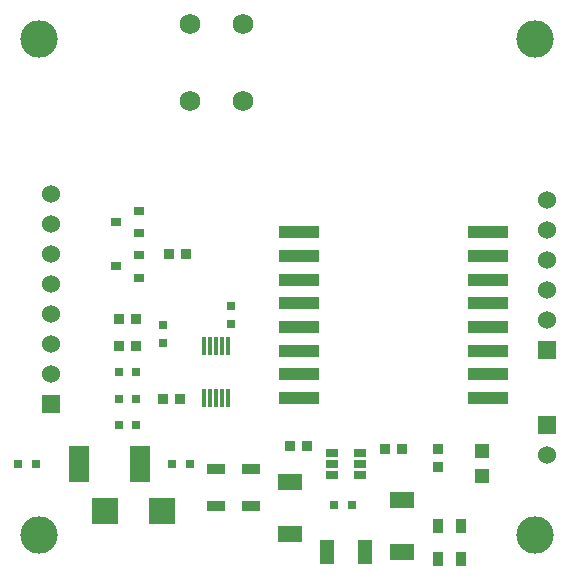
<source format=gts>
G04 #@! TF.FileFunction,Soldermask,Top*
%FSLAX46Y46*%
G04 Gerber Fmt 4.6, Leading zero omitted, Abs format (unit mm)*
G04 Created by KiCad (PCBNEW (2015-06-05 BZR 5717)-product) date Fri 31 Jul 2015 19:12:08 PDT*
%MOMM*%
G01*
G04 APERTURE LIST*
%ADD10C,0.100000*%
%ADD11R,0.800000X0.800000*%
%ADD12R,1.600000X0.900000*%
%ADD13R,0.900000X1.300000*%
%ADD14R,2.160000X2.260000*%
%ADD15R,2.100000X1.400000*%
%ADD16R,1.200000X1.200000*%
%ADD17R,1.780000X3.150000*%
%ADD18R,1.524000X1.524000*%
%ADD19C,1.524000*%
%ADD20R,0.900000X0.800000*%
%ADD21R,0.950000X0.950000*%
%ADD22C,1.750000*%
%ADD23R,3.500000X1.000000*%
%ADD24R,1.000000X0.700000*%
%ADD25R,1.200000X2.000000*%
%ADD26C,3.175000*%
%ADD27R,0.400000X1.550000*%
G04 APERTURE END LIST*
D10*
D11*
X123750000Y-99990000D03*
X122250000Y-99990000D03*
X140218000Y-88126000D03*
X140218000Y-86626000D03*
X130750000Y-92260000D03*
X132250000Y-92260000D03*
X132250000Y-96740000D03*
X130750000Y-96740000D03*
X134510000Y-89750000D03*
X134510000Y-88250000D03*
D12*
X138990000Y-100450000D03*
X138990000Y-103550000D03*
X141990000Y-100450000D03*
X141990000Y-103550000D03*
D11*
X150500000Y-103490000D03*
X149000000Y-103490000D03*
D13*
X157797500Y-108010000D03*
X159702500Y-108010000D03*
X157797500Y-105260000D03*
X159702500Y-105260000D03*
D14*
X129550000Y-104000000D03*
X134450000Y-104000000D03*
D15*
X154750000Y-103050000D03*
X154750000Y-107450000D03*
X145250000Y-101550000D03*
X145250000Y-105950000D03*
D16*
X161500000Y-101050000D03*
X161500000Y-98950000D03*
D11*
X135250000Y-100010000D03*
X136750000Y-100010000D03*
X130750000Y-94510000D03*
X132250000Y-94510000D03*
D17*
X127355000Y-100010000D03*
X132585000Y-100010000D03*
D18*
X167000000Y-96730000D03*
D19*
X167000000Y-99270000D03*
D18*
X125000000Y-94890000D03*
D19*
X125000000Y-92350000D03*
X125000000Y-89810000D03*
X125000000Y-87270000D03*
X125000000Y-84730000D03*
X125000000Y-82190000D03*
X125000000Y-79650000D03*
X125000000Y-77110000D03*
D18*
X167000000Y-90350000D03*
D19*
X167000000Y-87810000D03*
X167000000Y-85270000D03*
X167000000Y-82730000D03*
X167000000Y-80190000D03*
X167000000Y-77650000D03*
D20*
X130510000Y-83280000D03*
X132510000Y-82330000D03*
X132510000Y-84230000D03*
X130510000Y-79530000D03*
X132510000Y-78580000D03*
X132510000Y-80480000D03*
D21*
X135975000Y-94490000D03*
X134525000Y-94490000D03*
X132225000Y-89990000D03*
X130775000Y-89990000D03*
X132225000Y-87740000D03*
X130775000Y-87740000D03*
X135025000Y-82260000D03*
X136475000Y-82260000D03*
X146725000Y-98490000D03*
X145275000Y-98490000D03*
X157760000Y-100225000D03*
X157760000Y-98775000D03*
X153275000Y-98760000D03*
X154725000Y-98760000D03*
D22*
X141250000Y-69250000D03*
X136750000Y-69250000D03*
X141250000Y-62750000D03*
X136750000Y-62750000D03*
D23*
X146000000Y-80400000D03*
X146000000Y-82400000D03*
X146000000Y-84400000D03*
X146000000Y-86400000D03*
X146000000Y-88400000D03*
X146000000Y-90400000D03*
X146000000Y-92400000D03*
X146000000Y-94400000D03*
X162000000Y-94400000D03*
X162000000Y-92400000D03*
X162000000Y-90400000D03*
X162000000Y-88400000D03*
X162000000Y-86400000D03*
X162000000Y-84400000D03*
X162000000Y-82400000D03*
X162000000Y-80400000D03*
D24*
X148800000Y-100950000D03*
X151200000Y-100950000D03*
X151200000Y-99050000D03*
X148800000Y-100000000D03*
X151200000Y-100000000D03*
X148800000Y-99050000D03*
D25*
X148400000Y-107500000D03*
X151600000Y-107500000D03*
D26*
X124000000Y-106000000D03*
X166000000Y-106000000D03*
X166000000Y-64000000D03*
X124000000Y-64000000D03*
D27*
X138500000Y-94450000D03*
X139000000Y-94450000D03*
X139500000Y-94450000D03*
X140000000Y-94450000D03*
X140000000Y-90050000D03*
X139500000Y-90050000D03*
X139000000Y-90050000D03*
X138500000Y-90050000D03*
X138000000Y-90050000D03*
X138000000Y-94450000D03*
M02*

</source>
